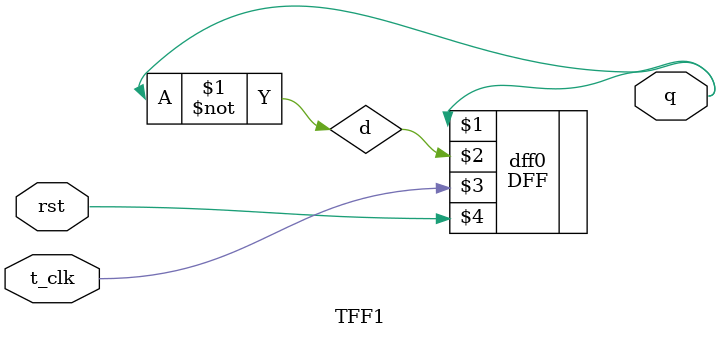
<source format=v>

module TFF1(q,t_clk,rst);
output q ; 
input t_clk,rst;
wire d;
DFF dff0(q,d,t_clk,rst);
not n1(d,q);
endmodule


</source>
